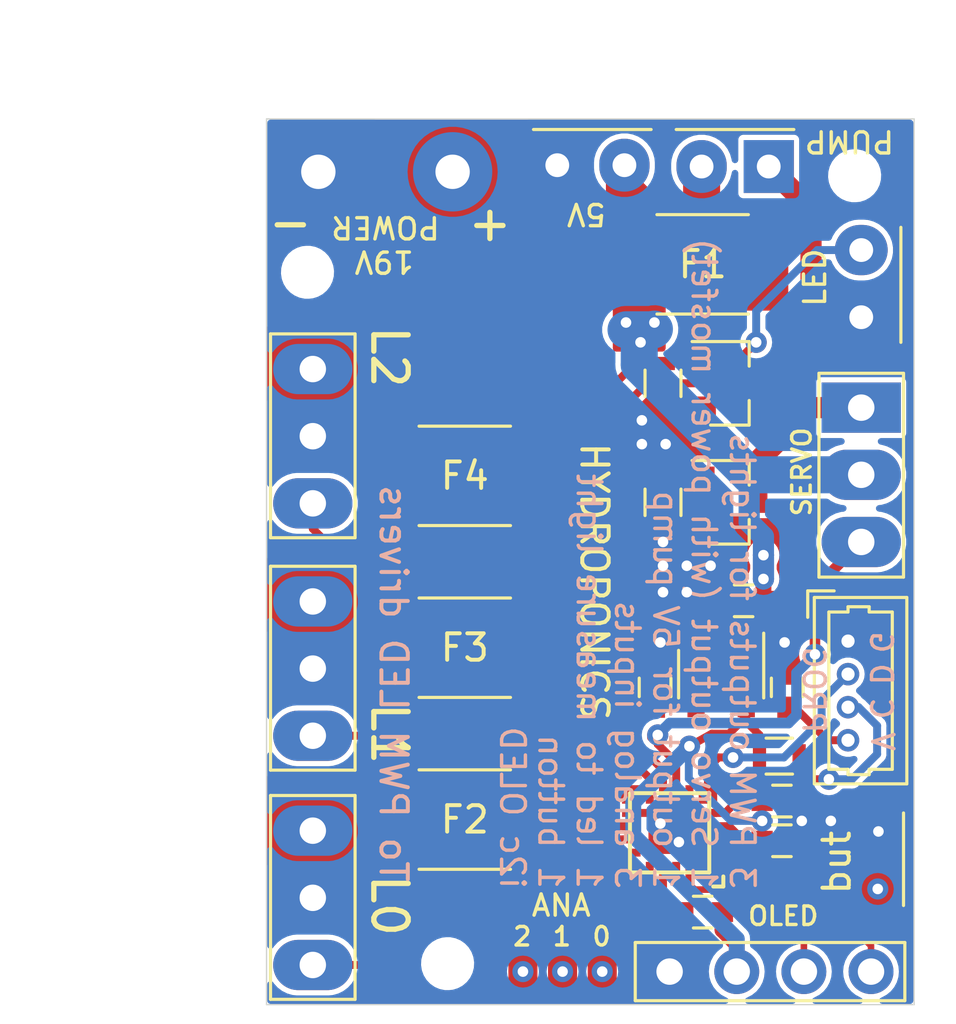
<source format=kicad_pcb>
(kicad_pcb (version 20221018) (generator pcbnew)
  (layers (0 "F.Cu" signal) (31 "B.Cu" signal) (34 "B.Paste" user) (35 "F.Paste" user) (36 "B.SilkS" user "B.Silkscreen") (37 "F.SilkS" user "F.Silkscreen") (38 "B.Mask" user) (39 "F.Mask" user) (44 "Edge.Cuts" user))
  (net 0 "")
  (net 1 "GND")
  (net 2 "Net-(C2-Pad1)")
  (net 3 "/C2D")
  (net 4 "/C2C")
  (net 5 "/SDA")
  (net 6 "/SCL")
  (net 7 "/BUT")
  (net 8 "Net-(U2-Pad7)")
  (net 9 "+5V")
  (net 10 "+3V3")
  (net 11 "Net-(F1-Pad1)")
  (net 12 "Net-(F2-Pad1)")
  (net 13 "+VDC")
  (net 14 "Net-(F3-Pad1)")
  (net 15 "Net-(F4-Pad1)")
  (net 16 "Net-(J2-Pad1)")
  (net 17 "/LED")
  (net 18 "Net-(J7-Pad1)")
  (net 19 "/SERVs")
  (net 20 "/PWM0")
  (net 21 "/PWM1")
  (net 22 "/PWM2")
  (net 23 "/SERVpwr")
  (net 24 "/ANA0")
  (net 25 "/ANA2")
  (net 26 "/ANA1")
  (net 27 "/PUMP")
  (net 28 "Net-(U2-Pad19)")
  (footprint "Capacitors_SMD:C_0603" (layer "F.Cu") (at 146.7 119.5 90)
    (fp_text reference "C2" hide)
    (fp_text value "470p" hide)
    (fp_line (start -0.35 -0.6) (end 0.35 -0.6) (stroke (width 0.12)) (layer "F.SilkS"))
    (fp_line (start 0.35 0.6) (end -0.35 0.6) (stroke (width 0.12)) (layer "F.SilkS"))
    (pad "1" smd rect (at -0.75 0 90) (size 0.8 0.75) (layers "F.Cu" "F.Paste" "F.Mask") (net 2 "Net-(C2-Pad1)"))
    (pad "2" smd rect (at 0.75 0 90) (size 0.8 0.75) (layers "F.Cu" "F.Paste" "F.Mask") (net 1 "GND"))
  )
  (footprint "Capacitors_SMD:C_0603" (layer "F.Cu") (at 151.5 123.8)
    (fp_text reference "C3" hide)
    (fp_text value "2uf" hide)
    (fp_line (start -0.35 -0.6) (end 0.35 -0.6) (stroke (width 0.12)) (layer "F.SilkS"))
    (fp_line (start 0.35 0.6) (end -0.35 0.6) (stroke (width 0.12)) (layer "F.SilkS"))
    (pad "1" smd rect (at -0.75 0) (size 0.8 0.75) (layers "F.Cu" "F.Paste" "F.Mask") (net 10 "+3V3"))
    (pad "2" smd rect (at 0.75 0) (size 0.8 0.75) (layers "F.Cu" "F.Paste" "F.Mask") (net 1 "GND"))
  )
  (footprint "Capacitors_SMD:C_0603" (layer "F.Cu") (at 151.5 125.3)
    (fp_text reference "C4" hide)
    (fp_text value "100n" hide)
    (fp_line (start -0.35 -0.6) (end 0.35 -0.6) (stroke (width 0.12)) (layer "F.SilkS"))
    (fp_line (start 0.35 0.6) (end -0.35 0.6) (stroke (width 0.12)) (layer "F.SilkS"))
    (pad "1" smd rect (at -0.75 0) (size 0.8 0.75) (layers "F.Cu" "F.Paste" "F.Mask") (net 10 "+3V3"))
    (pad "2" smd rect (at 0.75 0) (size 0.8 0.75) (layers "F.Cu" "F.Paste" "F.Mask") (net 1 "GND"))
  )
  (footprint "Capacitors_SMD:C_0603" (layer "F.Cu") (at 151.7 119.5 90)
    (fp_text reference "C5" hide)
    (fp_text value "2uf" hide)
    (fp_line (start -0.35 -0.6) (end 0.35 -0.6) (stroke (width 0.12)) (layer "F.SilkS"))
    (fp_line (start 0.35 0.6) (end -0.35 0.6) (stroke (width 0.12)) (layer "F.SilkS"))
    (pad "1" smd rect (at -0.75 0 90) (size 0.8 0.75) (layers "F.Cu" "F.Paste" "F.Mask") (net 10 "+3V3"))
    (pad "2" smd rect (at 0.75 0 90) (size 0.8 0.75) (layers "F.Cu" "F.Paste" "F.Mask") (net 1 "GND"))
  )
  (footprint "Capacitors_SMD:C_0603" (layer "F.Cu") (at 148.5 128 180)
    (fp_text reference "C6" hide)
    (fp_text value "10uf" hide)
    (fp_line (start -0.35 -0.6) (end 0.35 -0.6) (stroke (width 0.12)) (layer "F.SilkS"))
    (fp_line (start 0.35 0.6) (end -0.35 0.6) (stroke (width 0.12)) (layer "F.SilkS"))
    (pad "1" smd rect (at -0.75 0 180) (size 0.8 0.75) (layers "F.Cu" "F.Paste" "F.Mask") (net 10 "+3V3"))
    (pad "2" smd rect (at 0.75 0 180) (size 0.8 0.75) (layers "F.Cu" "F.Paste" "F.Mask") (net 1 "GND"))
  )
  (footprint "Resistors_SMD:R_1812" (layer "F.Cu") (at 148.5 103.5 180)
    (fp_text reference "F1" (at 0 0) (layer "F.SilkS"))
    (fp_text value "F0.75" hide)
    (fp_line (start -1.73 -1.88) (end 1.73 -1.88) (stroke (width 0.12)) (layer "F.SilkS"))
    (fp_line (start -1.73 1.88) (end 1.73 1.88) (stroke (width 0.12)) (layer "F.SilkS"))
    (pad "1" smd rect (at -2.44 0 180) (size 1.6 3.5) (layers "F.Cu" "F.Paste" "F.Mask") (net 11 "Net-(F1-Pad1)"))
    (pad "2" smd rect (at 2.44 0 180) (size 1.6 3.5) (layers "F.Cu" "F.Paste" "F.Mask") (net 9 "+5V"))
  )
  (footprint "Resistors_SMD:R_1812" (layer "F.Cu") (at 139.5 111.5)
    (fp_text reference "F4" (at 0 0) (layer "F.SilkS"))
    (fp_text value "F1.5" hide)
    (fp_line (start -1.73 -1.88) (end 1.73 -1.88) (stroke (width 0.12)) (layer "F.SilkS"))
    (fp_line (start -1.73 1.88) (end 1.73 1.88) (stroke (width 0.12)) (layer "F.SilkS"))
    (pad "1" smd rect (at -2.44 0) (size 1.6 3.5) (layers "F.Cu" "F.Paste" "F.Mask") (net 15 "Net-(F4-Pad1)"))
    (pad "2" smd rect (at 2.44 0) (size 1.6 3.5) (layers "F.Cu" "F.Paste" "F.Mask") (net 13 "+VDC"))
  )
  (footprint "KiCadCustomLibs:Conn_Power" (layer "F.Cu") (at 136.5 100)
    (fp_text reference "J1" hide)
    (fp_text value "POWER" (at 0 2.1 180 unlocked) (layer "F.SilkS") (effects (font (size 0.8 0.8) (thickness 0.13))))
    (pad "1" thru_hole rect (at -2.54 0) (size 3 3) (drill 1.3) (layers "*.Cu" "*.Mask") (net 1 "GND"))
    (pad "2" thru_hole circle (at 2.54 0) (size 3 3) (drill 1.3) (layers "*.Cu" "*.Mask") (net 13 "+VDC"))
  )
  (footprint "KiCadCustomLibs:Conn_1x02_2.54_0.9mm" (layer "F.Cu") (at 143 99.75 90)
    (fp_text reference "J4" hide)
    (fp_text value "5VDC" hide)
    (pad "1" thru_hole rect (at 0 0 90) (size 2 1.9) (drill 0.9) (layers "*.Cu" "*.Mask") (net 1 "GND"))
    (pad "2" thru_hole oval (at 0 2.54 90) (size 2 1.9) (drill 0.9) (layers "*.Cu" "*.Mask") (net 9 "+5V"))
  )
  (footprint "KiCadCustomLibs:Conn_1x03_2.54mm" (layer "F.Cu") (at 154.5 108.92)
    (fp_text reference "J7" hide)
    (fp_text value "SERVO" hide)
    (fp_line (start -1.6 -1.3) (end -1.6 6.41) (stroke (width 0.12)) (layer "F.SilkS"))
    (fp_line (start -1.6 -1.3) (end 1.6 -1.3) (stroke (width 0.12)) (layer "F.SilkS"))
    (fp_line (start -1.6 6.41) (end 1.6 6.41) (stroke (width 0.12)) (layer "F.SilkS"))
    (fp_line (start 1.6 -1.3) (end 1.6 6.41) (stroke (width 0.12)) (layer "F.SilkS"))
    (pad "1" thru_hole rect (at 0 0) (size 3 1.9) (drill 1) (layers "*.Cu" "*.Mask") (net 18 "Net-(J7-Pad1)"))
    (pad "2" thru_hole oval (at 0 2.54) (size 3 1.9) (drill 1) (layers "*.Cu" "*.Mask") (net 9 "+5V"))
    (pad "3" thru_hole oval (at 0 5.08) (size 3 1.9) (drill 1) (layers "*.Cu" "*.Mask") (net 19 "/SERVs"))
  )
  (footprint "KiCadCustomLibs:Conn_1x03_2.54mm" (layer "F.Cu") (at 133.75 121.33 180)
    (fp_text reference "J9" hide)
    (fp_text value "LIGHT1" hide)
    (fp_line (start -1.6 -1.3) (end -1.6 6.41) (stroke (width 0.12)) (layer "F.SilkS"))
    (fp_line (start -1.6 -1.3) (end 1.6 -1.3) (stroke (width 0.12)) (layer "F.SilkS"))
    (fp_line (start -1.6 6.41) (end 1.6 6.41) (stroke (width 0.12)) (layer "F.SilkS"))
    (fp_line (start 1.6 -1.3) (end 1.6 6.41) (stroke (width 0.12)) (layer "F.SilkS"))
    (pad "1" thru_hole oval (at 0 0 180) (size 3 1.9) (drill 1) (layers "*.Cu" "*.Mask") (net 21 "/PWM1"))
    (pad "2" thru_hole rect (at 0 2.54 180) (size 3 1.9) (drill 1) (layers "*.Cu" "*.Mask") (net 1 "GND"))
    (pad "3" thru_hole oval (at 0 5.08 180) (size 3 1.9) (drill 1) (layers "*.Cu" "*.Mask") (net 14 "Net-(F3-Pad1)"))
  )
  (footprint "KiCadCustomLibs:Conn_1x03_2.54mm" (layer "F.Cu") (at 133.75 112.54 180)
    (fp_text reference "J10" hide)
    (fp_text value "LIGHT2" hide)
    (fp_line (start -1.6 -1.3) (end -1.6 6.41) (stroke (width 0.12)) (layer "F.SilkS"))
    (fp_line (start -1.6 -1.3) (end 1.6 -1.3) (stroke (width 0.12)) (layer "F.SilkS"))
    (fp_line (start -1.6 6.41) (end 1.6 6.41) (stroke (width 0.12)) (layer "F.SilkS"))
    (fp_line (start 1.6 -1.3) (end 1.6 6.41) (stroke (width 0.12)) (layer "F.SilkS"))
    (pad "1" thru_hole oval (at 0 0 180) (size 3 1.9) (drill 1) (layers "*.Cu" "*.Mask") (net 22 "/PWM2"))
    (pad "2" thru_hole rect (at 0 2.54 180) (size 3 1.9) (drill 1) (layers "*.Cu" "*.Mask") (net 1 "GND"))
    (pad "3" thru_hole oval (at 0 5.08 180) (size 3 1.9) (drill 1) (layers "*.Cu" "*.Mask") (net 15 "Net-(F4-Pad1)"))
  )
  (footprint "TO_SOT_Packages_SMD:SOT-23" (layer "F.Cu") (at 149.5 112.5)
    (fp_text reference "Q1" hide)
    (fp_text value "SI2312" hide)
    (fp_line (start 0.76 -1.58) (end -1.4 -1.58) (stroke (width 0.12)) (layer "F.SilkS"))
    (fp_line (start 0.76 -1.58) (end 0.76 -0.65) (stroke (width 0.12)) (layer "F.SilkS"))
    (fp_line (start 0.76 1.58) (end -0.7 1.58) (stroke (width 0.12)) (layer "F.SilkS"))
    (fp_line (start 0.76 1.58) (end 0.76 0.65) (stroke (width 0.12)) (layer "F.SilkS"))
    (pad "1" smd rect (at -1 -0.95) (size 0.9 0.8) (layers "F.Cu" "F.Paste" "F.Mask") (net 23 "/SERVpwr"))
    (pad "2" smd rect (at -1 0.95) (size 0.9 0.8) (layers "F.Cu" "F.Paste" "F.Mask") (net 1 "GND"))
    (pad "3" smd rect (at 1 0) (size 0.9 0.8) (layers "F.Cu" "F.Paste" "F.Mask") (net 18 "Net-(J7-Pad1)"))
  )
  (footprint "TO_SOT_Packages_SMD:SOT-23" (layer "F.Cu") (at 149.5 108)
    (fp_text reference "Q2" hide)
    (fp_text value "SI2312" hide)
    (fp_line (start 0.76 -1.58) (end -1.4 -1.58) (stroke (width 0.12)) (layer "F.SilkS"))
    (fp_line (start 0.76 -1.58) (end 0.76 -0.65) (stroke (width 0.12)) (layer "F.SilkS"))
    (fp_line (start 0.76 1.58) (end -0.7 1.58) (stroke (width 0.12)) (layer "F.SilkS"))
    (fp_line (start 0.76 1.58) (end 0.76 0.65) (stroke (width 0.12)) (layer "F.SilkS"))
    (pad "1" smd rect (at -1 -0.95) (size 0.9 0.8) (layers "F.Cu" "F.Paste" "F.Mask") (net 27 "/PUMP"))
    (pad "2" smd rect (at -1 0.95) (size 0.9 0.8) (layers "F.Cu" "F.Paste" "F.Mask") (net 1 "GND"))
    (pad "3" smd rect (at 1 0) (size 0.9 0.8) (layers "F.Cu" "F.Paste" "F.Mask") (net 16 "Net-(J2-Pad1)"))
  )
  (footprint "Resistors_SMD:R_0603" (layer "F.Cu") (at 151.4 122.1)
    (fp_text reference "R1" hide)
    (fp_text value "10K" hide)
    (fp_line (start -0.5 -0.68) (end 0.5 -0.68) (stroke (width 0.12)) (layer "F.SilkS"))
    (fp_line (start 0.5 0.68) (end -0.5 0.68) (stroke (width 0.12)) (layer "F.SilkS"))
    (pad "1" smd rect (at -0.75 0) (size 0.5 0.9) (layers "F.Cu" "F.Paste" "F.Mask") (net 10 "+3V3"))
    (pad "2" smd rect (at 0.75 0) (size 0.5 0.9) (layers "F.Cu" "F.Paste" "F.Mask") (net 4 "/C2C"))
  )
  (footprint "Resistors_SMD:R_0603" (layer "F.Cu") (at 147 108 -90)
    (fp_text reference "R2" hide)
    (fp_text value "10K" hide)
    (fp_line (start -0.5 -0.68) (end 0.5 -0.68) (stroke (width 0.12)) (layer "F.SilkS"))
    (fp_line (start 0.5 0.68) (end -0.5 0.68) (stroke (width 0.12)) (layer "F.SilkS"))
    (pad "1" smd rect (at -0.75 0 270) (size 0.5 0.9) (layers "F.Cu" "F.Paste" "F.Mask") (net 27 "/PUMP"))
    (pad "2" smd rect (at 0.75 0 270) (size 0.5 0.9) (layers "F.Cu" "F.Paste" "F.Mask") (net 1 "GND"))
  )
  (footprint "KiCadCustomLibs:POWER2PIN_2" (layer "F.Cu") (at 155.125 126.025 90)
    (fp_text reference "SW2" hide)
    (fp_text value "but" (at -0.1 -1.55 90) (layer "F.SilkS"))
    (pad "1" smd rect (at -1.1 0 90) (size 1.5 1.5) (layers "F.Cu" "F.Paste" "F.Mask") (net 7 "/BUT"))
    (pad "2" smd rect (at 1.1 0 90) (size 1.5 1.5) (layers "F.Cu" "F.Paste" "F.Mask") (net 1 "GND"))
  )
  (footprint "TO_SOT_Packages_SMD:SOT-23-5" (layer "F.Cu") (at 149.2 119 -90)
    (fp_text reference "U1" hide)
    (fp_text value "MIC5219-3.3" hide)
    (fp_line (start -0.9 1.61) (end 0.9 1.61) (stroke (width 0.12)) (layer "F.SilkS"))
    (fp_line (start 0.9 -1.61) (end -1.55 -1.61) (stroke (width 0.12)) (layer "F.SilkS"))
    (pad "1" smd rect (at -1.1 -0.95 270) (size 1.06 0.65) (layers "F.Cu" "F.Paste" "F.Mask") (net 9 "+5V"))
    (pad "2" smd rect (at -1.1 0 270) (size 1.06 0.65) (layers "F.Cu" "F.Paste" "F.Mask") (net 1 "GND"))
    (pad "3" smd rect (at -1.1 0.95 270) (size 1.06 0.65) (layers "F.Cu" "F.Paste" "F.Mask") (net 9 "+5V"))
    (pad "4" smd rect (at 1.1 0.95 270) (size 1.06 0.65) (layers "F.Cu" "F.Paste" "F.Mask") (net 2 "Net-(C2-Pad1)"))
    (pad "5" smd rect (at 1.1 -0.95 270) (size 1.06 0.65) (layers "F.Cu" "F.Paste" "F.Mask") (net 10 "+3V3"))
  )
  (footprint "KiCadCustomLibs:QFN20" (layer "F.Cu") (at 147.25 125 90)
    (fp_text reference "U2" hide)
    (fp_text value "EFM8BB1" hide)
    (fp_line (start -2.032 2.032) (end -2.032 1.651) (stroke (width 0.15)) (layer "F.SilkS"))
    (fp_line (start -1.651 2.032) (end -2.032 2.032) (stroke (width 0.15)) (layer "F.SilkS"))
    (fp_line (start -1.5 -1.5) (end -1.5 1.5) (stroke (width 0.15)) (layer "F.SilkS"))
    (fp_line (start -1.5 1.5) (end 1.5 1.5) (stroke (width 0.15)) (layer "F.SilkS"))
    (fp_line (start 1.5 -1.5) (end -1.5 -1.5) (stroke (width 0.15)) (layer "F.SilkS"))
    (fp_line (start 1.5 1.5) (end 1.5 -1.5) (stroke (width 0.15)) (layer "F.SilkS"))
    (pad "1" smd rect (at -1.45 1.45 90) (size 0.7 0.7) (layers "F.Cu" "F.Paste" "F.Mask") (net 5 "/SDA"))
    (pad "2" smd rect (at -0.75 1.45 90) (size 0.3 0.7) (layers "F.Cu" "F.Paste" "F.Mask") (net 7 "/BUT"))
    (pad "3" smd rect (at -0.25 1.45 90) (size 0.3 0.7) (layers "F.Cu" "F.Paste" "F.Mask") (net 1 "GND"))
    (pad "4" smd rect (at 0.25 1.45 90) (size 0.3 0.7) (layers "F.Cu" "F.Paste" "F.Mask") (net 10 "+3V3"))
    (pad "5" smd rect (at 0.75 1.45 90) (size 0.3 0.7) (layers "F.Cu" "F.Paste" "F.Mask") (net 4 "/C2C"))
    (pad "6" smd rect (at 1.45 1.45 90) (size 0.7 0.7) (layers "F.Cu" "F.Paste" "F.Mask") (net 3 "/C2D"))
    (pad "7" smd rect (at 1.45 0.75 180) (size 0.3 0.7) (layers "F.Cu" "F.Paste" "F.Mask") (net 8 "Net-(U2-Pad7)"))
    (pad "8" smd rect (at 1.45 0.25 180) (size 0.3 0.7) (layers "F.Cu" "F.Paste" "F.Mask") (net 19 "/SERVs"))
    (pad "9" smd rect (at 1.45 -0.25 180) (size 0.3 0.7) (layers "F.Cu" "F.Paste" "F.Mask") (net 23 "/SERVpwr"))
    (pad "10" smd rect (at 1.45 -0.75 180) (size 0.3 0.7) (layers "F.Cu" "F.Paste" "F.Mask") (net 17 "/LED"))
    (pad "11" smd rect (at 1.45 -1.45 90) (size 0.7 0.7) (layers "F.Cu" "F.Paste" "F.Mask") (net 27 "/PUMP"))
    (pad "12" smd rect (at 0.75 -1.45 90) (size 0.3 0.7) (layers "F.Cu" "F.Paste" "F.Mask") (net 1 "GND"))
    (pad "13" smd rect (at 0.25 -1.45 90) (size 0.3 0.7) (layers "F.Cu" "F.Paste" "F.Mask") (net 22 "/PWM2"))
    (pad "14" smd rect (at -0.25 -1.45 90) (size 0.3 0.7) (layers "F.Cu" "F.Paste" "F.Mask") (net 21 "/PWM1"))
    (pad "15" smd rect (at -0.75 -1.45 90) (size 0.3 0.7) (layers "F.Cu" "F.Paste" "F.Mask") (net 20 "/PWM0"))
    (pad "16" smd rect (at -1.45 -1.45 90) (size 0.7 0.7) (layers "F.Cu" "F.Paste" "F.Mask") (net 25 "/ANA2"))
    (pad "17" smd rect (at -1.45 -0.75 180) (size 0.3 0.7) (layers "F.Cu" "F.Paste" "F.Mask") (net 26 "/ANA1"))
    (pad "18" smd rect (at -1.45 -0.25 180) (size 0.3 0.7) (layers "F.Cu" "F.Paste" "F.Mask") (net 24 "/ANA0"))
    (pad "19" smd rect (at -1.45 0.25 180) (size 0.3 0.7) (layers "F.Cu" "F.Paste" "F.Mask") (net 28 "Net-(U2-Pad19)"))
    (pad "20" smd rect (at -1.45 0.75 180) (size 0.3 0.7) (layers "F.Cu" "F.Paste" "F.Mask") (net 6 "/SCL"))
    (pad "21" smd rect (at 0 0 90) (size 1.6 1.6) (layers "F.Cu" "F.Paste" "F.Mask") (net 1 "GND"))
  )
  (footprint "KiCadCustomLibs:Conn_1x03_2.54mm" (layer "F.Cu") (at 133.75 130 180)
    (fp_text reference "J8" hide)
    (fp_text value "LIGHT0" hide)
    (fp_line (start -1.6 -1.3) (end -1.6 6.41) (stroke (width 0.12)) (layer "F.SilkS"))
    (fp_line (start -1.6 -1.3) (end 1.6 -1.3) (stroke (width 0.12)) (layer "F.SilkS"))
    (fp_line (start -1.6 6.41) (end 1.6 6.41) (stroke (width 0.12)) (layer "F.SilkS"))
    (fp_line (start 1.6 -1.3) (end 1.6 6.41) (stroke (width 0.12)) (layer "F.SilkS"))
    (pad "1" thru_hole oval (at 0 0 180) (size 3 1.9) (drill 1) (layers "*.Cu" "*.Mask") (net 20 "/PWM0"))
    (pad "2" thru_hole rect (at 0 2.54 180) (size 3 1.9) (drill 1) (layers "*.Cu" "*.Mask") (net 1 "GND"))
    (pad "3" thru_hole oval (at 0 5.08 180) (size 3 1.9) (drill 1) (layers "*.Cu" "*.Mask") (net 12 "Net-(F2-Pad1)"))
  )
  (footprint "KiCadCustomLibs:Conn_1x02_2.54_0.9mm" (layer "F.Cu") (at 151 99.8 -90)
    (fp_text reference "J2" hide)
    (fp_text value "PUMP" hide)
    (pad "1" thru_hole rect (at 0 0 270) (size 2 1.9) (drill 0.9) (layers "*.Cu" "*.Mask") (net 16 "Net-(J2-Pad1)"))
    (pad "2" thru_hole oval (at 0 2.54 270) (size 2 1.9) (drill 0.9) (layers "*.Cu" "*.Mask") (net 11 "Net-(F1-Pad1)"))
  )
  (footprint "Resistors_SMD:R_1812" (layer "F.Cu") (at 139.5 118)
    (fp_text reference "F3" (at 0 0) (layer "F.SilkS"))
    (fp_text value "F1.5" hide)
    (fp_line (start -1.73 -1.88) (end 1.73 -1.88) (stroke (width 0.12)) (layer "F.SilkS"))
    (fp_line (start -1.73 1.88) (end 1.73 1.88) (stroke (width 0.12)) (layer "F.SilkS"))
    (pad "1" smd rect (at -2.44 0) (size 1.6 3.5) (layers "F.Cu" "F.Paste" "F.Mask") (net 14 "Net-(F3-Pad1)"))
    (pad "2" smd rect (at 2.44 0) (size 1.6 3.5) (layers "F.Cu" "F.Paste" "F.Mask") (net 13 "+VDC"))
  )
  (footprint "Resistors_SMD:R_1812" (layer "F.Cu") (at 139.5 124.5)
    (fp_text reference "F2" (at 0 0) (layer "F.SilkS"))
    (fp_text value "F1.5" hide)
    (fp_line (start -1.73 -1.88) (end 1.73 -1.88) (stroke (width 0.12)) (layer "F.SilkS"))
    (fp_line (start -1.73 1.88) (end 1.73 1.88) (stroke (width 0.12)) (layer "F.SilkS"))
    (pad "1" smd rect (at -2.44 0) (size 1.6 3.5) (layers "F.Cu" "F.Paste" "F.Mask") (net 12 "Net-(F2-Pad1)"))
    (pad "2" smd rect (at 2.44 0) (size 1.6 3.5) (layers "F.Cu" "F.Paste" "F.Mask") (net 13 "+VDC"))
  )
  (footprint "Resistors_SMD:R_0603" (layer "F.Cu") (at 147 112.5 -90)
    (fp_text reference "R3" hide)
    (fp_text value "10K" hide)
    (fp_line (start -0.5 -0.68) (end 0.5 -0.68) (stroke (width 0.12)) (layer "F.SilkS"))
    (fp_line (start 0.5 0.68) (end -0.5 0.68) (stroke (width 0.12)) (layer "F.SilkS"))
    (pad "1" smd rect (at -0.75 0 270) (size 0.5 0.9) (layers "F.Cu" "F.Paste" "F.Mask") (net 23 "/SERVpwr"))
    (pad "2" smd rect (at 0.75 0 270) (size 0.5 0.9) (layers "F.Cu" "F.Paste" "F.Mask") (net 1 "GND"))
  )
  (footprint "KiCadCustomLibs:Conn_1x02_2.54_0.9mm" (layer "F.Cu") (at 154.5 105.5 180)
    (fp_text reference "J6" hide)
    (fp_text value "LEDsens" hide)
    (pad "1" thru_hole rect (at 0 0 180) (size 2 1.9) (drill 0.9) (layers "*.Cu" "*.Mask") (net 1 "GND"))
    (pad "2" thru_hole oval (at 0 2.54 180) (size 2 1.9) (drill 0.9) (layers "*.Cu" "*.Mask") (net 17 "/LED"))
  )
  (footprint "Capacitors_SMD:C_0603" (layer "F.Cu") (at 150.05 116.225 180)
    (fp_text reference "C1" hide)
    (fp_text value "1uf" hide)
    (fp_line (start -0.35 -0.6) (end 0.35 -0.6) (stroke (width 0.12)) (layer "F.SilkS"))
    (fp_line (start 0.35 0.6) (end -0.35 0.6) (stroke (width 0.12)) (layer "F.SilkS"))
    (pad "1" smd rect (at -0.75 0 180) (size 0.8 0.75) (layers "F.Cu" "F.Paste" "F.Mask") (net 9 "+5V"))
    (pad "2" smd rect (at 0.75 0 180) (size 0.8 0.75) (layers "F.Cu" "F.Paste" "F.Mask") (net 1 "GND"))
  )
  (footprint "KiCadCustomLibs:MountingHole_1.5mm" (layer "F.Cu") (at 138.85 129.95)
    (fp_text reference "REF**" hide)
    (fp_text value "hole" hide)
    (pad "" np_thru_hole circle (at 0 0) (size 1.5 1.5) (drill 1.5) (layers "*.Cu" "*.Mask"))
  )
  (footprint "KiCadCustomLibs:MountingHole_1.5mm" (layer "F.Cu") (at 133.55 103.8)
    (fp_text reference "REF**" hide)
    (fp_text value "hole" hide)
    (pad "" np_thru_hole circle (at 0 0) (size 1.5 1.5) (drill 1.5) (layers "*.Cu" "*.Mask"))
  )
  (footprint "Pin_Headers:Pin_Header_Straight_1x04_Pitch2.54mm" (layer "F.Cu") (at 147.25 130.25 90)
    (fp_text reference "J3" hide)
    (fp_text value "OLED")
    (fp_line (start -1.1 -1.3) (end -1.1 8.9) (stroke (width 0.12)) (layer "F.SilkS"))
    (fp_line (start -1.1 -1.3) (end 1.1 -1.3) (stroke (width 0.12)) (layer "F.SilkS"))
    (fp_line (start -1.1 8.9) (end 1.1 8.9) (stroke (width 0.12)) (layer "F.SilkS"))
    (fp_line (start 1.1 -1.3) (end 1.1 8.9) (stroke (width 0.12)) (layer "F.SilkS"))
    (pad "1" thru_hole rect (at 0 0 90) (size 1.7 1.7) (drill 1) (layers "*.Cu" "*.Mask") (net 1 "GND"))
    (pad "2" thru_hole oval (at 0 2.54 90) (size 1.7 1.7) (drill 1) (layers "*.Cu" "*.Mask") (net 10 "+3V3"))
    (pad "3" thru_hole oval (at 0 5.08 90) (size 1.7 1.7) (drill 1) (layers "*.Cu" "*.Mask") (net 6 "/SCL"))
    (pad "4" thru_hole oval (at 0 7.62 90) (size 1.7 1.7) (drill 1) (layers "*.Cu" "*.Mask") (net 5 "/SDA"))
  )
  (footprint "Connectors_Molex:Molex_PicoBlade_53047-0410_04x1.25mm_Straight" (layer "F.Cu") (at 154 117.75 -90)
    (fp_text reference "J5" hide)
    (fp_text value "PROG")
    (fp_line (start -1.9 1.525) (end -1.9 0.525) (stroke (width 0.12)) (layer "F.SilkS"))
    (fp_line (start -1.9 1.525) (end -0.9 1.525) (stroke (width 0.12)) (layer "F.SilkS"))
    (fp_line (start -1.65 -2.225) (end -1.65 1.275) (stroke (width 0.12)) (layer "F.SilkS"))
    (fp_line (start -1.65 1.275) (end 5.4 1.275) (stroke (width 0.12)) (layer "F.SilkS"))
    (fp_line (start -1.3 -0.8) (end -1.1 -0.8) (stroke (width 0.12)) (layer "F.SilkS"))
    (fp_line (start -1.3 0) (end -1.3 -0.8) (stroke (width 0.12)) (layer "F.SilkS"))
    (fp_line (start -1.1 -1.675) (end 1.875 -1.675) (stroke (width 0.12)) (layer "F.SilkS"))
    (fp_line (start -1.1 -0.8) (end -1.1 -1.675) (stroke (width 0.12)) (layer "F.SilkS"))
    (fp_line (start -1.1 0) (end -1.3 0) (stroke (width 0.12)) (layer "F.SilkS"))
    (fp_line (start -1.1 0.725) (end -1.1 0) (stroke (width 0.12)) (layer "F.SilkS"))
    (fp_line (start 1.875 0.725) (end -1.1 0.725) (stroke (width 0.12)) (layer "F.SilkS"))
    (fp_line (start 1.875 0.725) (end 4.85 0.725) (stroke (width 0.12)) (layer "F.SilkS"))
    (fp_line (start 4.85 -1.675) (end 1.875 -1.675) (stroke (width 0.12)) (layer "F.SilkS"))
    (fp_line (start 4.85 -0.8) (end 4.85 -1.675) (stroke (width 0.12)) (layer "F.SilkS"))
    (fp_line (start 4.85 0) (end 5.05 0) (stroke (width 0.12)) (layer "F.SilkS"))
    (fp_line (start 4.85 0.725) (end 4.85 0) (stroke (width 0.12)) (layer "F.SilkS"))
    (fp_line (start 5.05 -0.8) (end 4.85 -0.8) (stroke (width 0.12)) (layer "F.SilkS"))
    (fp_line (start 5.05 0) (end 5.05 -0.8) (stroke (width 0.12)) (layer "F.SilkS"))
    (fp_line (start 5.4 -2.225) (end -1.65 -2.225) (stroke (width 0.12)) (layer "F.SilkS"))
    (fp_line (start 5.4 1.275) (end 5.4 -2.225) (stroke (width 0.12)) (layer "F.SilkS"))
    (pad "1" thru_hole rect (at 0 0 270) (size 0.85 0.85) (drill 0.5) (layers "*.Cu" "*.Mask") (net 1 "GND"))
    (pad "2" thru_hole circle (at 1.25 0 270) (size 0.85 0.85) (drill 0.5) (layers "*.Cu" "*.Mask") (net 3 "/C2D"))
    (pad "3" thru_hole circle (at 2.5 0 270) (size 0.85 0.85) (drill 0.5) (layers "*.Cu" "*.Mask") (net 4 "/C2C"))
    (pad "4" thru_hole circle (at 3.75 0 270) (size 0.85 0.85) (drill 0.5) (layers "*.Cu" "*.Mask") (net 10 "+3V3"))
  )
  (footprint "KiCadCustomLibs:PROG-3pin" (layer "F.Cu") (at 143.2 130.25)
    (fp_text reference "J11" hide)
    (fp_text value "ANA" (at -0.05 -2.5) (layer "F.SilkS") (effects (font (size 0.8 0.8) (thickness 0.13))))
    (pad "1" smd oval (at 1.5 0) (size 1.1 1.5) (layers "F.Cu" "F.Mask") (net 24 "/ANA0"))
    (pad "2" smd oval (at 0 0) (size 1.1 1.5) (layers "F.Cu" "F.Mask") (net 26 "/ANA1"))
    (pad "3" smd oval (at -1.5 0) (size 1.1 1.5) (layers "F.Cu" "F.Mask") (net 25 "/ANA2"))
  )
  (footprint "KiCadCustomLibs:MountingHole_1.5mm" (layer "F.Cu") (at 154.25 100.15)
    (fp_text reference "REF**" hide)
    (fp_text value "hole" hide)
    (pad "" np_thru_hole circle (at 0 0) (size 1.5 1.5) (drill 1.5) (layers "*.Cu" "*.Mask"))
  )
  (gr_line (start 156 102.1) (end 156 106.45) (stroke (width 0.12)) (layer "F.SilkS"))
  (gr_line (start 147.5 98.4) (end 151.95 98.4) (stroke (width 0.12)) (layer "F.SilkS"))
  (gr_line (start 142.1 98.4) (end 146.55 98.4) (stroke (width 0.12)) (layer "F.SilkS"))
  (gr_line (start 156.1 124.25) (end 156.1 127.75) (stroke (width 0.12)) (layer "F.SilkS"))
  (gr_line (start 156.5 131.5) (end 132 131.5) (stroke (width 0.05)) (layer "Edge.Cuts"))
  (gr_line (start 132 131.5) (end 132 98) (stroke (width 0.05)) (layer "Edge.Cuts"))
  (gr_line (start 132 98) (end 156.5 98) (stroke (width 0.05)) (layer "Edge.Cuts"))
  (gr_line (start 156.5 98) (end 156.5 131.5) (stroke (width 0.05)) (layer "Edge.Cuts"))
  (gr_text "G" (at 155.25 117.8 -90) (layer "B.SilkS") (effects (font (size 0.8 0.8) (thickness 0.13)) (justify mirror)))
  (gr_text "C" (at 155.25 120.3 -90) (layer "B.SilkS") (effects (font (size 0.8 0.8) (thickness 0.13)) (justify mirror)))
  (gr_text "V" (at 155.3 121.55 -90) (layer "B.SilkS") (effects (font (size 0.8 0.8) (thickness 0.13)) (justify mirror)))
  (gr_text "PROG" (at 152.7 119.6 -90) (layer "B.SilkS") (effects (font (size 0.8 0.8) (thickness 0.13)) (justify mirror)))
  (gr_text "D" (at 155.25 119 270) (layer "B.SilkS") (effects (font (size 0.8 0.8) (thickness 0.13)) (justify mirror)))
  (gr_text "To PWM LED drivers" (at 136.8 119.35 270) (layer "B.SilkS") (effects (font (size 1 1)) (justify mirror)))
  (gr_text "3 PWM outputs for lights\n1 Servo output (with power mosfet)\n1 output for 5V pump\n3 analog inputs\n1 led to measure light\n1 button\ni2c OLED" (at 145.65 127.2 -90) (layer "B.SilkS") (effects (font (size 0.9 0.9) (thickness 0.13)) (justify left mirror)))
  (gr_text "PUMP" (at 154.05 98.85 180) (layer "F.SilkS") (effects (font (size 0.8 0.8) (thickness 0.13))))
  (gr_text "+" (at 140.45 102.125 180) (layer "F.SilkS") (effects (font (size 1.3 1.3) (thickness 0.2))))
  (gr_text "-" (at 132.9 102.1 180) (layer "F.SilkS") (effects (font (size 1.3 1.3) (thickness 0.2))))
  (gr_text "1" (at 143.175 128.925) (layer "F.SilkS") (effects (font (size 0.7 0.7) (thickness 0.13))))
  (gr_text "2" (at 141.675 128.925) (layer "F.SilkS") (effects (font (size 0.7 0.7) (thickness 0.13))))
  (gr_text "OLED" (at 151.55 128.15) (layer "F.SilkS") (effects (font (size 0.7 0.7) (thickness 0.13))))
  (gr_text "SERVO" (at 152.25 111.35 90) (layer "F.SilkS") (effects (font (size 0.7 0.7) (thickness 0.13))))
  (gr_text "L2" (at 136.65 107 -90) (layer "F.SilkS") (effects (font (size 1.3 1.3) (thickness 0.2))))
  (gr_text "L1" (at 136.65 121.25 270) (layer "F.SilkS") (effects (font (size 1.3 1.3) (thickness 0.2))))
  (gr_text "L0" (at 136.65 127.75 -90) (layer "F.SilkS") (effects (font (size 1.3 1.3) (thickness 0.2))))
  (gr_text "5V" (at 144.1 101.6 180) (layer "F.SilkS") (effects (font (size 0.8 0.8) (thickness 0.13))))
  (gr_text "19V" (at 136.45 103.4 180) (layer "F.SilkS") (effects (font (size 0.8 0.8) (thickness 0.13))))
  (gr_text "LED" (at 152.75 104 90) (layer "F.SilkS") (effects (font (size 0.8 0.8) (thickness 0.13))))
  (gr_text "HYDROPONICS" (at 144.4 115.5 270) (layer "F.SilkS") (effects (font (size 1 1))))
  (gr_text "0" (at 144.675 128.925) (layer "F.SilkS") (effects (font (size 0.7 0.7) (thickness 0.13))))
  (segment (start 152.25 124.55) (end 152.25 125.3) (width 0.6) (layer "F.Cu") (net 1))
  (segment (start 148.7 125.25) (end 147.7 125.25) (width 0.3) (layer "F.Cu") (net 1))
  (segment (start 146.5 124.25) (end 147.25 125) (width 0.3) (layer "F.Cu") (net 1))
  (segment (start 145.8 124.25) (end 146.5 124.25) (width 0.3) (layer "F.Cu") (net 1))
  (segment (start 147.25 129.15) (end 147.25 130.25) (width 0.6) (layer "F.Cu") (net 1))
  (segment (start 147.7 125.25) (end 147.6 125.35) (width 0.3) (layer "F.Cu") (net 1))
  (segment (start 152.25 123.8) (end 152.25 124.55) (width 0.6) (layer "F.Cu") (net 1))
  (segment (start 147.75 128.65) (end 147.25 129.15) (width 0.6) (layer "F.Cu") (net 1))
  (segment (start 147.75 128) (end 147.75 128.65) (width 0.6) (layer "F.Cu") (net 1))
  (via (at 147 115.9) (size 0.8) (drill 0.4) (layers "F.Cu" "B.Cu") (net 1))
  (via (at 146.9 117.8) (size 0.8) (drill 0.4) (layers "F.Cu" "B.Cu") (net 1))
  (via (at 151.6 117.8) (size 0.8) (drill 0.4) (layers "F.Cu" "B.Cu") (net 1))
  (via (at 147.9 114.9) (size 0.8) (drill 0.4) (layers "F.Cu" "B.Cu") (net 1))
  (via (at 147 114.9) (size 0.8) (drill 0.4) (layers "F.Cu" "B.Cu") (net 1))
  (via (at 148.8 114.9) (size 0.8) (drill 0.4) (layers "F.Cu" "B.Cu") (net 1))
  (via (at 146.9 124.65) (size 0.8) (drill 0.4) (layers "F.Cu" "B.Cu") (net 1))
  (via (at 155.15 124.95) (size 0.8) (drill 0.4) (layers "F.Cu" "B.Cu") (net 1))
  (via (at 153.35 124.55) (size 0.8) (drill 0.4) (layers "F.Cu" "B.Cu") (net 1))
  (via (at 147.9 115.9) (size 0.8) (drill 0.4) (layers "F.Cu" "B.Cu") (net 1))
  (via (at 147.1 110.3) (size 0.8) (drill 0.4) (layers "F.Cu" "B.Cu") (net 1))
  (via (at 152.25 124.55) (size 0.8) (drill 0.4) (layers "F.Cu" "B.Cu") (net 1))
  (via (at 146.2 110.3) (size 0.8) (drill 0.4) (layers "F.Cu" "B.Cu") (net 1))
  (via (at 146.2 109.4) (size 0.8) (drill 0.4) (layers "F.Cu" "B.Cu") (net 1))
  (via (at 147 114) (size 0.8) (drill 0.4) (layers "F.Cu" "B.Cu") (net 1))
  (via (at 147.6 125.35) (size 0.8) (drill 0.4) (layers "F.Cu" "B.Cu") (net 1))
  (segment (start 148.25 120.1) (end 147.7 120.1) (width 0.4) (layer "F.Cu") (net 2))
  (segment (start 147.55 120.25) (end 146.7 120.25) (width 0.4) (layer "F.Cu") (net 2))
  (segment (start 147.7 120.1) (end 147.55 120.25) (width 0.4) (layer "F.Cu") (net 2))
  (segment (start 148.7 122.55) (end 148.7 123.55) (width 0.3) (layer "F.Cu") (net 3))
  (segment (start 149.65 122.15) (end 149.1 122.15) (width 0.3) (layer "F.Cu") (net 3))
  (segment (start 149.1 122.15) (end 148.7 122.55) (width 0.3) (layer "F.Cu") (net 3))
  (via (at 149.65 122.15) (size 0.8) (drill 0.4) (layers "F.Cu" "B.Cu") (net 3))
  (segment (start 149.65 122.15) (end 151.575 122.15) (width 0.3) (layer "B.Cu") (net 3))
  (segment (start 151.575 122.15) (end 153 120.725) (width 0.3) (layer "B.Cu") (net 3))
  (segment (start 153 120.725) (end 153 120) (width 0.3) (layer "B.Cu") (net 3))
  (segment (start 153 120) (end 154 119) (width 0.3) (layer "B.Cu") (net 3))
  (segment (start 149.35 124.25) (end 149.85 123.75) (width 0.3) (layer "F.Cu") (net 4))
  (segment (start 149.85 123.4) (end 150.3 122.95) (width 0.3) (layer "F.Cu") (net 4))
  (segment (start 149.85 123.75) (end 149.85 123.4) (width 0.3) (layer "F.Cu") (net 4))
  (segment (start 152.425 122.975) (end 153.275 122.975) (width 0.3) (layer "F.Cu") (net 4))
  (segment (start 152.3 122.85) (end 152.425 122.975) (width 0.3) (layer "F.Cu") (net 4))
  (segment (start 148.7 124.25) (end 149.35 124.25) (width 0.3) (layer "F.Cu") (net 4))
  (segment (start 151.9 122.95) (end 152.15 122.7) (width 0.3) (layer "F.Cu") (net 4))
  (segment (start 152.15 122.7) (end 152.3 122.85) (width 0.3) (layer "F.Cu") (net 4))
  (segment (start 152.15 122.7) (end 152.15 122.1) (width 0.3) (layer "F.Cu") (net 4))
  (segment (start 150.3 122.95) (end 151.9 122.95) (width 0.3) (layer "F.Cu") (net 4))
  (via (at 153.275 122.975) (size 0.8) (drill 0.4) (layers "F.Cu" "B.Cu") (net 4))
  (segment (start 154.4 120.25) (end 154 120.25) (width 0.3) (layer "B.Cu") (net 4))
  (segment (start 155.1 122.025) (end 155.1 120.95) (width 0.3) (layer "B.Cu") (net 4))
  (segment (start 155.1 120.95) (end 154.4 120.25) (width 0.3) (layer "B.Cu") (net 4))
  (segment (start 153.275 122.975) (end 154.15 122.975) (width 0.3) (layer "B.Cu") (net 4))
  (segment (start 154.15 122.975) (end 155.1 122.025) (width 0.3) (layer "B.Cu") (net 4))
  (segment (start 151.925 127.675) (end 150.85 126.6) (width 0.25) (layer "F.Cu") (net 5))
  (segment (start 154.87 130.25) (end 154.87 129.27) (width 0.25) (layer "F.Cu") (net 5))
  (segment (start 148.85 126.6) (end 148.7 126.45) (width 0.25) (layer "F.Cu") (net 5))
  (segment (start 154.87 129.27) (end 153.275 127.675) (width 0.25) (layer "F.Cu") (net 5))
  (segment (start 150.85 126.6) (end 148.85 126.6) (width 0.25) (layer "F.Cu") (net 5))
  (segment (start 153.275 127.675) (end 151.925 127.675) (width 0.25) (layer "F.Cu") (net 5))
  (segment (start 148 126.95) (end 148.2 127.15) (width 0.25) (layer "F.Cu") (net 6))
  (segment (start 148.2 127.15) (end 150.45 127.15) (width 0.25) (layer "F.Cu") (net 6))
  (segment (start 152.33 129.03) (end 152.33 130.25) (width 0.25) (layer "F.Cu") (net 6))
  (segment (start 148 126.45) (end 148 126.95) (width 0.25) (layer "F.Cu") (net 6))
  (segment (start 150.45 127.15) (end 152.33 129.03) (width 0.25) (layer "F.Cu") (net 6))
  (segment (start 155.125 127.125) (end 155.125 127.125) (width 0.25) (layer "F.Cu") (net 7))
  (segment (start 149.625 126.075) (end 151.4 126.075) (width 0.25) (layer "F.Cu") (net 7))
  (segment (start 148.7 125.75) (end 149.3 125.75) (width 0.25) (layer "F.Cu") (net 7))
  (segment (start 152.45 127.125) (end 155.125 127.125) (width 0.25) (layer "F.Cu") (net 7))
  (segment (start 149.3 125.75) (end 149.625 126.075) (width 0.25) (layer "F.Cu") (net 7))
  (segment (start 151.4 126.075) (end 152.45 127.125) (width 0.25) (layer "F.Cu") (net 7))
  (via (at 155.125 127.125) (size 0.8) (drill 0.4) (layers "F.Cu" "B.Cu") (net 7))
  (segment (start 146.06 105.715) (end 146.06 103.5) (width 0.8) (layer "F.Cu") (net 9))
  (segment (start 145.8125 105.9625) (end 146.06 105.715) (width 0.8) (layer "F.Cu") (net 9))
  (segment (start 148.75 119.025) (end 148.25 118.525) (width 0.25) (layer "F.Cu") (net 9))
  (segment (start 146.06 101.21) (end 146.06 103.5) (width 1.4) (layer "F.Cu") (net 9))
  (segment (start 150.8 116.225) (end 150.8 116.4) (width 0.6) (layer "F.Cu") (net 9))
  (segment (start 148.25 118.525) (end 148.25 117.9) (width 0.25) (layer "F.Cu") (net 9))
  (segment (start 150.8 115.4) (end 150.8 116.225) (width 0.6) (layer "F.Cu") (net 9))
  (segment (start 150.15 117.9) (end 150.15 118.525) (width 0.25) (layer "F.Cu") (net 9))
  (segment (start 150.8 116.4) (end 150.15 117.05) (width 0.6) (layer "F.Cu") (net 9))
  (segment (start 150.15 117.05) (end 150.15 117.9) (width 0.6) (layer "F.Cu") (net 9))
  (segment (start 150.15 118.525) (end 149.65 119.025) (width 0.25) (layer "F.Cu") (net 9))
  (segment (start 145.54 99.75) (end 145.54 100.69) (width 1.4) (layer "F.Cu") (net 9))
  (segment (start 145.54 100.69) (end 146.06 101.21) (width 1.4) (layer "F.Cu") (net 9))
  (segment (start 149.65 119.025) (end 148.75 119.025) (width 0.25) (layer "F.Cu") (net 9))
  (segment (start 150.8 114.5) (end 150.8 115.4) (width 0.6) (layer "F.Cu") (net 9))
  (via (at 146.15 106.45) (size 0.8) (drill 0.4) (layers "F.Cu" "B.Cu") (net 9))
  (via (at 150.8 114.5) (size 0.8) (drill 0.4) (layers "F.Cu" "B.Cu") (net 9))
  (via (at 145.6 105.7) (size 0.8) (drill 0.4) (layers "F.Cu" "B.Cu") (net 9))
  (via (at 146.675 105.7) (size 0.8) (drill 0.4) (layers "F.Cu" "B.Cu") (net 9))
  (via (at 150.8 115.4) (size 0.8) (drill 0.4) (layers "F.Cu" "B.Cu") (net 9))
  (segment (start 154.5 111.46) (end 150.26 111.46) (width 1.4) (layer "B.Cu") (net 9))
  (segment (start 146.1 107.3) (end 146.1 106.3) (width 1.4) (layer "B.Cu") (net 9))
  (segment (start 146.65 105.975) (end 146.675 105.95) (width 1.4) (layer "B.Cu") (net 9))
  (segment (start 145.6 105.975) (end 146.65 105.975) (width 1.4) (layer "B.Cu") (net 9))
  (segment (start 150.8 113.8) (end 150.26 113.26) (width 0.8) (layer "B.Cu") (net 9))
  (segment (start 150.8 115.4) (end 150.8 114.5) (width 0.8) (layer "B.Cu") (net 9))
  (segment (start 150.26 111.46) (end 146.1 107.3) (width 1.4) (layer "B.Cu") (net 9))
  (segment (start 150.8 114.5) (end 150.8 113.8) (width 0.8) (layer "B.Cu") (net 9))
  (segment (start 150.26 113.26) (end 150.26 111.46) (width 0.8) (layer "B.Cu") (net 9))
  (segment (start 150.8 115.4) (end 150.8 114.6) (width 0.8) (layer "B.Cu") (net 9))
  (segment (start 150.75 124.55) (end 150.75 123.8) (width 0.3) (layer "F.Cu") (net 10))
  (segment (start 151.075 120.25) (end 150.925 120.1) (width 0.3) (layer "F.Cu") (net 10))
  (segment (start 150.15 120.6) (end 150.15 120.1) (width 0.3) (layer "F.Cu") (net 10))
  (segment (start 148 121.725) (end 148.85 121.25) (width 0.3) (layer "F.Cu") (net 10))
  (segment (start 150.925 120.1) (end 150.15 120.1) (width 0.3) (layer "F.Cu") (net 10))
  (segment (start 149.5 124.75) (end 150.05 125.3) (width 0.3) (layer "F.Cu") (net 10))
  (segment (start 154 121.5) (end 153.225 121.5) (width 0.3) (layer "F.Cu") (net 10))
  (segment (start 150.75 125.3) (end 150.75 124.55) (width 0.3) (layer "F.Cu") (net 10))
  (segment (start 149.79 129.215) (end 149.25 128.675) (width 0.6) (layer "F.Cu") (net 10))
  (segment (start 150.05 125.3) (end 150.75 125.3) (width 0.3) (layer "F.Cu") (net 10))
  (segment (start 149.25 128.675) (end 149.25 128) (width 0.6) (layer "F.Cu") (net 10))
  (segment (start 150.65 121.3) (end 150.65 122.1) (width 0.3) (layer "F.Cu") (net 10))
  (segment (start 150.15 120.8) (end 150.65 121.3) (width 0.3) (layer "F.Cu") (net 10))
  (segment (start 149.79 130.25) (end 149.79 129.215) (width 0.6) (layer "F.Cu") (net 10))
  (segment (start 153.225 121.5) (end 151.975 120.25) (width 0.3) (layer "F.Cu") (net 10))
  (segment (start 151.975 120.25) (end 151.7 120.25) (width 0.3) (layer "F.Cu") (net 10))
  (segment (start 149.5 121.25) (end 150.15 120.6) (width 0.3) (layer "F.Cu") (net 10))
  (segment (start 151.7 120.25) (end 151.075 120.25) (width 0.3) (layer "F.Cu") (net 10))
  (segment (start 148.85 121.25) (end 149.5 121.25) (width 0.3) (layer "F.Cu") (net 10))
  (segment (start 148.7 124.75) (end 149.5 124.75) (width 0.3) (layer "F.Cu") (net 10))
  (segment (start 150.15 120.1) (end 150.15 120.8) (width 0.3) (layer "F.Cu") (net 10))
  (via (at 150.75 124.55) (size 0.8) (drill 0.4) (layers "F.Cu" "B.Cu") (net 10))
  (via (at 148 121.725) (size 0.8) (drill 0.4) (layers "F.Cu" "B.Cu") (net 10))
  (segment (start 147.975 121.75) (end 147.975 122.95) (width 0.3) (layer "B.Cu") (net 10))
  (segment (start 149.79 129.015) (end 145.875 125.1) (width 0.6) (layer "B.Cu") (net 10))
  (segment (start 145.875 125.1) (end 145.875 123.85) (width 0.6) (layer "B.Cu") (net 10))
  (segment (start 148 121.725) (end 147.975 121.75) (width 0.3) (layer "B.Cu") (net 10))
  (segment (start 149.575 124.55) (end 150.75 124.55) (width 0.3) (layer "B.Cu") (net 10))
  (segment (start 149.79 130.25) (end 149.79 129.015) (width 0.6) (layer "B.Cu") (net 10))
  (segment (start 147.975 122.95) (end 149.575 124.55) (width 0.3) (layer "B.Cu") (net 10))
  (segment (start 145.875 123.85) (end 148 121.725) (width 0.6) (layer "B.Cu") (net 10))
  (segment (start 149.5 103.5) (end 150.94 103.5) (width 1.4) (layer "F.Cu") (net 11))
  (segment (start 148.46 102.46) (end 149.5 103.5) (width 1.4) (layer "F.Cu") (net 11))
  (segment (start 148.46 99.8) (end 148.46 102.46) (width 1.4) (layer "F.Cu") (net 11))
  (segment (start 152.6 101.4) (end 151 99.8) (width 0.8) (layer "F.Cu") (net 16))
  (segment (start 150.5 108) (end 151 108) (width 0.8) (layer "F.Cu") (net 16))
  (segment (start 151 108) (end 152.6 106.4) (width 0.8) (layer "F.Cu") (net 16))
  (segment (start 152.6 106.4) (end 152.6 101.4) (width 0.8) (layer "F.Cu") (net 16))
  (segment (start 150.525 106.45) (end 150.525 106.45) (width 0.3) (layer "F.Cu") (net 17))
  (segment (start 145.425 121.875) (end 145.425 108.975) (width 0.3) (layer "F.Cu") (net 17))
  (segment (start 146.4 108) (end 148.975 108) (width 0.3) (layer "F.Cu") (net 17))
  (segment (start 146.5 123.55) (end 146.5 122.95) (width 0.3) (layer "F.Cu") (net 17))
  (segment (start 145.425 108.975) (end 146.4 108) (width 0.3) (layer "F.Cu") (net 17))
  (segment (start 148.975 108) (end 150.525 106.45) (width 0.3) (layer "F.Cu") (net 17))
  (segment (start 146.5 122.95) (end 145.425 121.875) (width 0.3) (layer "F.Cu") (net 17))
  (via (at 150.525 106.45) (size 0.8) (drill 0.4) (layers "F.Cu" "B.Cu") (net 17))
  (segment (start 152.84 102.96) (end 154.5 102.96) (width 0.3) (layer "B.Cu") (net 17))
  (segment (start 150.525 106.45) (end 150.525 105.275) (width 0.3) (layer "B.Cu") (net 17))
  (segment (start 150.525 105.275) (end 152.84 102.96) (width 0.3) (layer "B.Cu") (net 17))
  (segment (start 152.605 108.92) (end 150.5 111.025) (width 0.8) (layer "F.Cu") (net 18))
  (segment (start 154.5 108.92) (end 152.605 108.92) (width 0.8) (layer "F.Cu") (net 18))
  (segment (start 150.5 111.025) (end 150.5 112.5) (width 0.8) (layer "F.Cu") (net 18))
  (segment (start 146.8 121.3) (end 146.55 121.4) (width 0.3) (layer "F.Cu") (net 19))
  (segment (start 152.75 115.75) (end 154.5 114) (width 0.4) (layer "F.Cu") (net 19))
  (segment (start 147.5 123.55) (end 147.5 122.35) (width 0.3) (layer "F.Cu") (net 19))
  (segment (start 147.5 122.35) (end 146.8 121.65) (width 0.3) (layer "F.Cu") (net 19))
  (segment (start 146.8 121.65) (end 146.8 121.3) (width 0.3) (layer "F.Cu") (net 19))
  (segment (start 152.75 118.25) (end 152.75 115.75) (width 0.4) (layer "F.Cu") (net 19))
  (via (at 146.8 121.3) (size 0.8) (drill 0.4) (layers "F.Cu" "B.Cu") (net 19))
  (via (at 152.75 118.25) (size 0.8) (drill 0.4) (layers "F.Cu" "B.Cu") (net 19))
  (segment (start 152.05 120.55) (end 152.05 118.95) (width 0.4) (layer "B.Cu") (net 19))
  (segment (start 147.075 121.025) (end 147.25 120.85) (width 0.4) (layer "B.Cu") (net 19))
  (segment (start 147.25 120.85) (end 151.75 120.85) (width 0.4) (layer "B.Cu") (net 19))
  (segment (start 146.8 121.3) (end 147.075 121.025) (width 0.4) (layer "B.Cu") (net 19))
  (segment (start 152.05 118.95) (end 152.75 118.25) (width 0.4) (layer "B.Cu") (net 19))
  (segment (start 151.75 120.85) (end 152.05 120.55) (width 0.4) (layer "B.Cu") (net 19))
  (segment (start 135.65 130) (end 137.7 127.95) (width 0.3) (layer "F.Cu") (net 20))
  (segment (start 137.7 127.95) (end 143.05 127.95) (width 0.3) (layer "F.Cu") (net 20))
  (segment (start 145.25 125.75) (end 145.8 125.75) (width 0.3) (layer "F.Cu") (net 20))
  (segment (start 133.75 130) (end 135.65 130) (width 0.3) (layer "F.Cu") (net 20))
  (segment (start 143.05 127.95) (end 145.25 125.75) (width 0.3) (layer "F.Cu") (net 20))
  (segment (start 138.4 122.1) (end 138.4 126.65) (width 0.3) (layer "F.Cu") (net 21))
  (segment (start 138.4 126.65) (end 139.2 127.45) (width 0.3) (layer "F.Cu") (net 21))
  (segment (start 137.63 121.33) (end 138.4 122.1) (width 0.3) (layer "F.Cu") (net 21))
  (segment (start 133.75 121.33) (end 137.63 121.33) (width 0.3) (layer "F.Cu") (net 21))
  (segment (start 145 125.25) (end 145.8 125.25) (width 0.3) (layer "F.Cu") (net 21))
  (segment (start 139.2 127.45) (end 142.8 127.45) (width 0.3) (layer "F.Cu") (net 21))
  (segment (start 142.8 127.45) (end 145 125.25) (width 0.3) (layer "F.Cu") (net 21))
  (segment (start 138.9 121.8) (end 138.9 126.4) (width 0.3) (layer "F.Cu") (net 22))
  (segment (start 138.9 126.4) (end 139.4 126.9) (width 0.3) (layer "F.Cu") (net 22))
  (segment (start 134.25 114) (end 138.25 114) (width 0.3) (layer "F.Cu") (net 22))
  (segment (start 138.6 121.5) (end 138.9 121.8) (width 0.3) (layer "F.Cu") (net 22))
  (segment (start 138.25 114) (end 138.6 114.35) (width 0.3) (layer "F.Cu") (net 22))
  (segment (start 133.75 112.5) (end 133.75 113.5) (width 0.3) (layer "F.Cu") (net 22))
  (segment (start 138.6 114.35) (end 138.6 121.5) (width 0.3) (layer "F.Cu") (net 22))
  (segment (start 139.4 126.9) (end 142.6 126.9) (width 0.3) (layer "F.Cu") (net 22))
  (segment (start 144.75 124.75) (end 145.8 124.75) (width 0.3) (layer "F.Cu") (net 22))
  (segment (start 133.75 113.5) (end 134.25 114) (width 0.3) (layer "F.Cu") (net 22))
  (segment (start 142.6 126.9) (end 144.75 124.75) (width 0.3) (layer "F.Cu") (net 22))
  (segment (start 145.95 121.575) (end 145.95 112.15) (width 0.3) (layer "F.Cu") (net 23))
  (segment (start 147.75 111.55) (end 148.5 111.55) (width 0.3) (layer "F.Cu") (net 23))
  (segment (start 147.55 111.75) (end 147.75 111.55) (width 0.3) (layer "F.Cu") (net 23))
  (segment (start 145.95 112.15) (end 146.35 111.75) (width 0.3) (layer "F.Cu") (net 23))
  (segment (start 146.35 111.75) (end 147 111.75) (width 0.3) (layer "F.Cu") (net 23))
  (segment (start 147 122.625) (end 145.95 121.575) (width 0.3) (layer "F.Cu") (net 23))
  (segment (start 147 111.75) (end 147.55 111.75) (width 0.3) (layer "F.Cu") (net 23))
  (segment (start 147 123.55) (end 147 122.625) (width 0.3) (layer "F.Cu") (net 23))
  (segment (start 144.7 130.25) (end 144.7 129.775) (width 0.3) (layer "F.Cu") (net 24))
  (segment (start 147 127.475) (end 147 126.45) (width 0.3) (layer "F.Cu") (net 24))
  (segment (start 144.7 129.775) (end 147 127.475) (width 0.3) (layer "F.Cu") (net 24))
  (via (at 144.7 130.25) (size 0.8) (drill 0.4) (layers "F.Cu" "B.Cu") (net 24))
  (segment (start 141.7 130.1) (end 143.475 128.325) (width 0.3) (layer "F.Cu") (net 25))
  (segment (start 143.475 128.325) (end 143.925 128.325) (width 0.3) (layer "F.Cu") (net 25))
  (segment (start 143.925 128.325) (end 145.8 126.45) (width 0.3) (layer "F.Cu") (net 25))
  (segment (start 141.7 130.25) (end 141.7 130.1) (width 0.3) (layer "F.Cu") (net 25))
  (via (at 141.7 130.25) (size 0.8) (drill 0.4) (layers "F.Cu" "B.Cu") (net 25))
  (segment (start 143.2 129.45) (end 143.2 130.25) (width 0.3) (layer "F.Cu") (net 26))
  (segment (start 146.5 127.1) (end 144.65 128.95) (width 0.3) (layer "F.Cu") (net 26))
  (segment (start 143.7 128.95) (end 143.2 129.45) (width 0.3) (layer "F.Cu") (net 26))
  (segment (start 144.65 128.95) (end 143.7 128.95) (width 0.3) (layer "F.Cu") (net 26))
  (segment (start 146.5 126.45) (end 146.5 127.1) (width 0.3) (layer "F.Cu") (net 26))
  (via (at 143.2 130.25) (size 0.8) (drill 0.4) (layers "F.Cu" "B.Cu") (net 26))
  (segment (start 144.9 108.3) (end 145.95 107.25) (width 0.3) (layer "F.Cu") (net 27))
  (segment (start 144.9 123.2) (end 144.9 108.3) (width 0.3) (layer "F.Cu") (net 27))
  (segment (start 147.55 107.25) (end 147.75 107.05) (width 0.3) (layer "F.Cu") (net 27))
  (segment (start 145.8 123.55) (end 145.25 123.55) (width 0.3) (layer "F.Cu") (net 27))
  (segment (start 147 107.25) (end 147.55 107.25) (width 0.3) (layer "F.Cu") (net 27))
  (segment (start 145.95 107.25) (end 147 107.25) (width 0.3) (layer "F.Cu") (net 27))
  (segment (start 147.75 107.05) (end 148.5 107.05) (width 0.3) (layer "F.Cu") (net 27))
  (segment (start 145.25 123.55) (end 144.9 123.2) (width 0.3) (layer "F.Cu") (net 27))
  (zone (net 1) (net_name "GND") (layer "F.Cu") (connect_pads yes (clearance 0.2)) (min_thickness 0.254) (fill yes (thermal_gap 0.508) (thermal_bridge_width 0.508))
    (polygon (pts (xy 149 110.8) (xy 145.8 110.8) (xy 145.8 108.5) (xy 149 108.5)))
  )
  (zone (net 1) (net_name "GND") (layer "F.Cu") (connect_pads yes (clearance 0.2)) (min_thickness 0.254) (fill yes (thermal_gap 0.508) (thermal_bridge_width 0.508))
    (polygon (pts (xy 152.2 119.4) (xy 146.3 119.4) (xy 146.3 113) (xy 152.2 113)))
  )
  (zone (net 9) (net_name "+5V") (layer "F.Cu") (connect_pads yes (clearance 0.2)) (min_thickness 0.254) (fill yes (thermal_gap 0.508) (thermal_bridge_width 0.508))
    (polygon (pts (xy 147.1 106.8) (xy 145.1 106.8) (xy 145.1 101.7) (xy 147.1 101.7)))
  )
  (zone (net 14) (net_name "Net-(F3-Pad1)") (layer "F.Cu") (connect_pads yes (clearance 0.2)) (min_thickness 0.254) (fill yes (thermal_gap 0.508) (thermal_bridge_width 0.508))
    (polygon (pts (xy 138.25 120) (xy 135.8 120) (xy 135.75 117.5) (xy 131.25 117.5) (xy 131.25 114.5) (xy 138.25 114.5)))
  )
  (zone (net 12) (net_name "Net-(F2-Pad1)") (layer "F.Cu") (connect_pads yes (clearance 0.2)) (min_thickness 0.254) (fill yes (thermal_gap 0.508) (thermal_bridge_width 0.508))
    (polygon (pts (xy 138 126.5) (xy 131.25 126.5) (xy 131.25 122.75) (xy 138 122.75)))
  )
  (zone (net 15) (net_name "Net-(F4-Pad1)") (layer "F.Cu") (connect_pads yes (clearance 0.2)) (min_thickness 0.254) (fill yes (thermal_gap 0.508) (thermal_bridge_width 0.508))
    (polygon (pts (xy 138.2 113.5) (xy 135.75 113.5) (xy 135.75 108.75) (xy 131.25 108.75) (xy 131.25 105.75) (xy 138.2 105.75)))
  )
  (zone (net 13) (net_name "+VDC") (layer "F.Cu") (connect_pads yes (clearance 0.2)) (min_thickness 0.254) (fill yes (thermal_gap 0.508) (thermal_bridge_width 0.508))
    (polygon (pts (xy 142 101.25) (xy 144.5 101.25) (xy 144.5 126.5) (xy 139.3 126.5) (xy 139.3 121.9) (xy 139 121.6) (xy 139 114.4) (xy 138.5 114.4) (xy 138.5 105.5) (xy 136 105.5) (xy 136 97) (xy 142 97)))
  )
  (zone (net 1) (net_name "GND") (layer "B.Cu") (connect_pads yes (clearance 0.2)) (min_thickness 0.254) (fill yes (thermal_gap 0.508) (thermal_bridge_width 0.508))
    (polygon (pts (xy 157 132) (xy 131.5 132) (xy 131.5 97.5) (xy 157 97.5)))
  )
)
</source>
